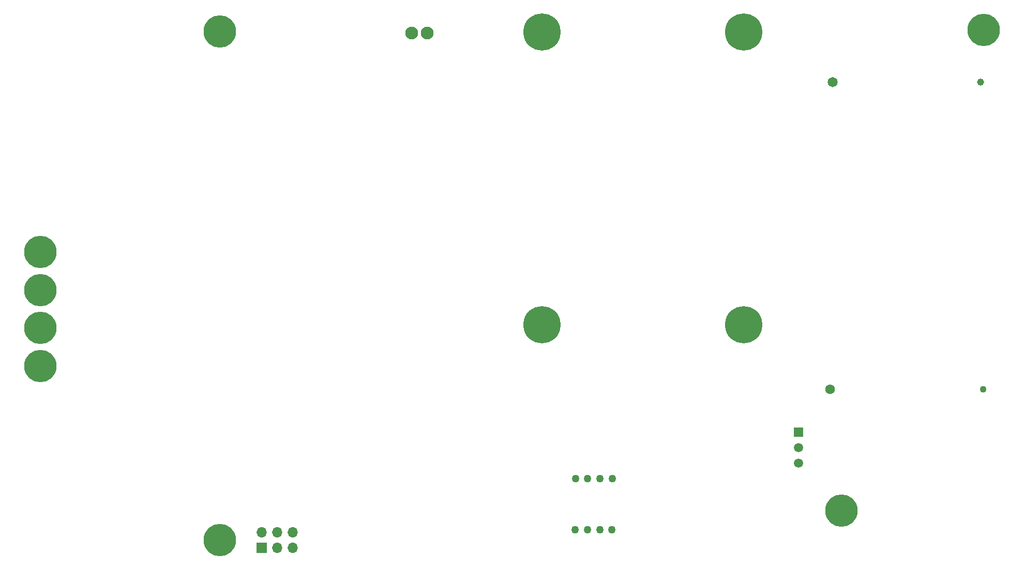
<source format=gbr>
%TF.GenerationSoftware,KiCad,Pcbnew,9.0.1*%
%TF.CreationDate,2025-04-26T19:52:48-05:00*%
%TF.ProjectId,CM5IO,434d3549-4f2e-46b6-9963-61645f706362,rev?*%
%TF.SameCoordinates,Original*%
%TF.FileFunction,Soldermask,Bot*%
%TF.FilePolarity,Negative*%
%FSLAX46Y46*%
G04 Gerber Fmt 4.6, Leading zero omitted, Abs format (unit mm)*
G04 Created by KiCad (PCBNEW 9.0.1) date 2025-04-26 19:52:48*
%MOMM*%
%LPD*%
G01*
G04 APERTURE LIST*
%ADD10C,1.150000*%
%ADD11C,1.650000*%
%ADD12C,1.100000*%
%ADD13C,1.600000*%
%ADD14C,5.300000*%
%ADD15C,2.100000*%
%ADD16R,1.700000X1.700000*%
%ADD17O,1.700000X1.700000*%
%ADD18R,1.500000X1.500000*%
%ADD19C,1.500000*%
%ADD20C,6.100000*%
%ADD21C,1.270000*%
G04 APERTURE END LIST*
D10*
%TO.C,48099-4000 *%
X234300000Y-81721000D03*
D11*
X210100000Y-81721000D03*
%TD*%
D12*
%TO.C,J1*%
X234700000Y-132121000D03*
D13*
X209700000Y-132121000D03*
%TD*%
D14*
%TO.C,H2*%
X109750000Y-156850000D03*
%TD*%
%TO.C,H3*%
X109750000Y-73400000D03*
%TD*%
%TO.C,H6*%
X234810000Y-73200000D03*
%TD*%
%TO.C,H8*%
X211500000Y-152000000D03*
%TD*%
D15*
%TO.C,J2*%
X143680000Y-73655000D03*
X141180000Y-73655000D03*
%TD*%
D14*
%TO.C,H4*%
X80430000Y-115810000D03*
%TD*%
%TO.C,H7*%
X80430000Y-128310000D03*
%TD*%
D16*
%TO.C,J6*%
X116625000Y-158125000D03*
D17*
X116625000Y-155585000D03*
X119165000Y-158125000D03*
X119165000Y-155585000D03*
X121705000Y-158125000D03*
X121705000Y-155585000D03*
%TD*%
D18*
%TO.C,Q4*%
X204500000Y-139120000D03*
D19*
X204500000Y-141660000D03*
X204500000Y-144200000D03*
%TD*%
D14*
%TO.C,H1*%
X80430000Y-109560000D03*
%TD*%
D20*
%TO.C,Module1*%
X195500000Y-121500000D03*
X195500000Y-73500000D03*
X162500000Y-121500000D03*
X162500000Y-73500000D03*
%TD*%
D21*
%TO.C,J5*%
X168000000Y-146700000D03*
X170000000Y-146700000D03*
X172000000Y-146700000D03*
X174000000Y-146700000D03*
X167970000Y-155100000D03*
X169970000Y-155100000D03*
X171970000Y-155100000D03*
X173970000Y-155100000D03*
%TD*%
D14*
%TO.C,H5*%
X80430000Y-122060000D03*
%TD*%
M02*

</source>
